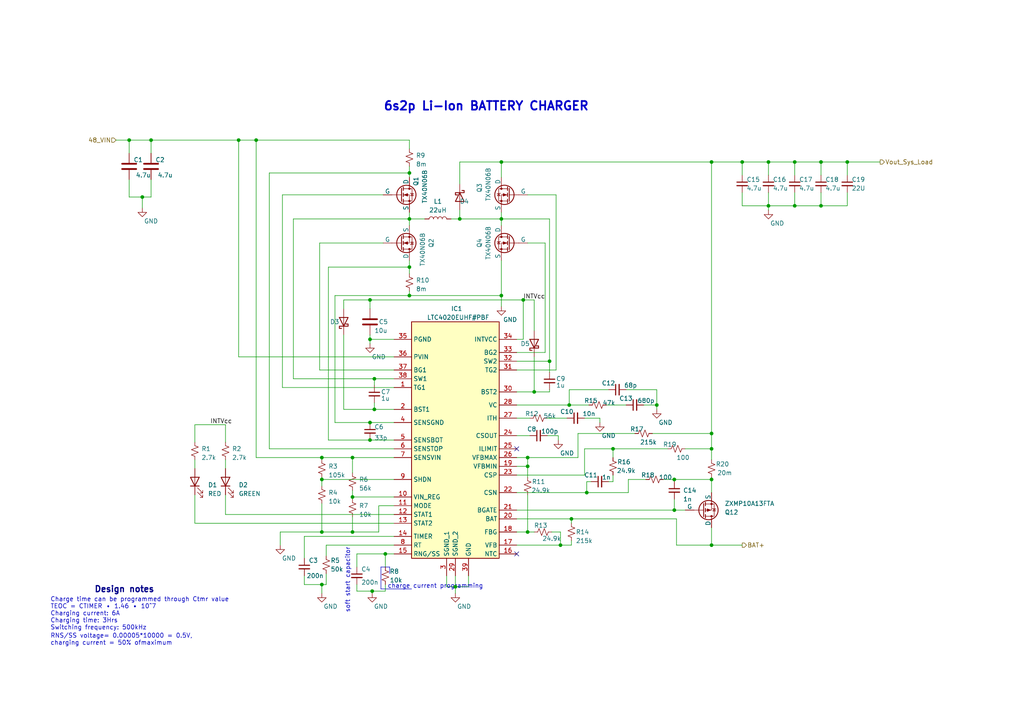
<source format=kicad_sch>
(kicad_sch (version 20230121) (generator eeschema)
  (paper "A4")
  (lib_symbols
    (symbol "D_Schottky_1" (pin_numbers hide) (pin_names (offset 1.016) hide)
      (property "Reference" "D4" (at 1.27 0 90))
      (symbol "D_Schottky_1_0_1"
        (polyline (pts (xy 1.27 0) (xy -1.27 0)))
        (polyline (pts (xy 1.27 1.27) (xy 1.27 -1.27) (xy -1.27 0) (xy 1.27 1.27)) (stroke (width 0.254)))
        (polyline (pts (xy -1.905 0.635) (xy -1.905 1.27) (xy -1.27 1.27) (xy -1.27 -1.27) (xy -0.635 -1.27) (xy -0.635 -0.635)) (stroke (width 0.254)))
      )
      (symbol "D_Schottky_1_1_1"
        (pin passive line (at -3.81 0 0) (length 2.54) (name "K") (number "1"))
        (pin passive line (at 3.81 0 180) (length 2.54) (name "A") (number "2"))
      )
    )
    (symbol "Device:C" (pin_numbers hide) (pin_names (offset 0.254))
      (property "Reference" "C" (at 0.635 2.54 0))
      (property "Value" "C" (at 0.635 -2.54 0))
      (symbol "C_0_1"
        (polyline (pts (xy -2.032 -0.762) (xy 2.032 -0.762)) (stroke (width 0.508)))
        (polyline (pts (xy -2.032 0.762) (xy 2.032 0.762)) (stroke (width 0.508)))
      )
      (symbol "C_1_1"
        (pin passive line (at 0 3.81 270) (length 2.794) (name "~") (number "1"))
        (pin passive line (at 0 -3.81 90) (length 2.794) (name "~") (number "2"))
      )
    )
    (symbol "Device:C_Small" (pin_numbers hide) (pin_names (offset 0.254) hide)
      (property "Reference" "C" (at 0.254 1.778 0))
      (property "Value" "C_Small" (at 0.254 -2.032 0))
      (symbol "C_Small_0_1"
        (polyline (pts (xy -1.524 -0.508) (xy 1.524 -0.508)) (stroke (width 0.3302)))
        (polyline (pts (xy -1.524 0.508) (xy 1.524 0.508)) (stroke (width 0.3048)))
      )
      (symbol "C_Small_1_1"
        (pin passive line (at 0 2.54 270) (length 2.032) (name "~") (number "1"))
        (pin passive line (at 0 -2.54 90) (length 2.032) (name "~") (number "2"))
      )
    )
    (symbol "Device:D_Schottky" (pin_numbers hide) (pin_names (offset 1.016) hide)
      (property "Reference" "D" (at 0 2.54 0))
      (property "Value" "D_Schottky" (at 0 -2.54 0))
      (symbol "D_Schottky_0_1"
        (polyline (pts (xy 1.27 0) (xy -1.27 0)))
        (polyline (pts (xy 1.27 1.27) (xy 1.27 -1.27) (xy -1.27 0) (xy 1.27 1.27)) (stroke (width 0.254)))
        (polyline (pts (xy -1.905 0.635) (xy -1.905 1.27) (xy -1.27 1.27) (xy -1.27 -1.27) (xy -0.635 -1.27) (xy -0.635 -0.635)) (stroke (width 0.254)))
      )
      (symbol "D_Schottky_1_1"
        (pin passive line (at -3.81 0 0) (length 2.54) (name "K") (number "1"))
        (pin passive line (at 3.81 0 180) (length 2.54) (name "A") (number "2"))
      )
    )
    (symbol "Device:L" (pin_numbers hide) (pin_names (offset 1.016) hide)
      (property "Reference" "L" (at -1.27 0 90))
      (property "Value" "L" (at 1.905 0 90))
      (symbol "L_0_1"
        (arc (start 0 -2.54) (mid 0.6323 -1.905) (end 0 -1.27))
        (arc (start 0 -1.27) (mid 0.6323 -0.635) (end 0 0))
        (arc (start 0 0) (mid 0.6323 0.635) (end 0 1.27))
        (arc (start 0 1.27) (mid 0.6323 1.905) (end 0 2.54))
      )
      (symbol "L_1_1"
        (pin passive line (at 0 3.81 270) (length 1.27) (name "1") (number "1"))
        (pin passive line (at 0 -3.81 90) (length 1.27) (name "2") (number "2"))
      )
    )
    (symbol "Device:LED" (pin_numbers hide) (pin_names (offset 1.016) hide)
      (property "Reference" "D" (at 0 2.54 0))
      (property "Value" "LED" (at 0 -2.54 0))
      (symbol "LED_0_1"
        (polyline (pts (xy -1.27 -1.27) (xy -1.27 1.27)) (stroke (width 0.254)))
        (polyline (pts (xy -1.27 0) (xy 1.27 0)))
        (polyline (pts (xy 1.27 -1.27) (xy 1.27 1.27) (xy -1.27 0) (xy 1.27 -1.27)) (stroke (width 0.254)))
        (polyline (pts (xy -3.048 -0.762) (xy -4.572 -2.286) (xy -3.81 -2.286) (xy -4.572 -2.286) (xy -4.572 -1.524)))
        (polyline (pts (xy -1.778 -0.762) (xy -3.302 -2.286) (xy -2.54 -2.286) (xy -3.302 -2.286) (xy -3.302 -1.524)))
      )
      (symbol "LED_1_1"
        (pin passive line (at -3.81 0 0) (length 2.54) (name "K") (number "1"))
        (pin passive line (at 3.81 0 180) (length 2.54) (name "A") (number "2"))
      )
    )
    (symbol "Device:R_Small_US" (pin_numbers hide) (pin_names (offset 0.254) hide)
      (property "Reference" "R" (at 0.762 0.508 0))
      (property "Value" "R_Small_US" (at 0.762 -1.016 0))
      (symbol "R_Small_US_1_1"
        (polyline (pts (xy 0 0) (xy 1.016 -0.381) (xy 0 -0.762) (xy -1.016 -1.143) (xy 0 -1.524)))
        (polyline (pts (xy 0 1.524) (xy 1.016 1.143) (xy 0 0.762) (xy -1.016 0.381) (xy 0 0)))
        (pin passive line (at 0 2.54 270) (length 1.016) (name "~") (number "1"))
        (pin passive line (at 0 -2.54 90) (length 1.016) (name "~") (number "2"))
      )
    )
    (symbol "LTC4020EUHF#PBF:LTC4020EUHF#PBF"
      (property "Reference" "IC1" (at 19.05 19.05 0))
      (property "Value" "LTC4020EUHF#PBF" (at 11.43 15.24 0))
      (symbol "LTC4020EUHF#PBF_1_1"
        (rectangle (start 5.08 12.7) (end 30.48 -55.88) (stroke (width 0.254)) (fill (type background)))
        (pin passive line (at 0 -6.35 0) (length 5.08) (name "TG1") (number "1"))
        (pin passive line (at 0 -38.1 0) (length 5.08) (name "VIN_REG") (number "10"))
        (pin passive line (at 0 -40.64 0) (length 5.08) (name "MODE") (number "11"))
        (pin passive line (at 0 -43.18 0) (length 5.08) (name "STAT1") (number "12"))
        (pin passive line (at 0 -45.72 0) (length 5.08) (name "STAT2") (number "13"))
        (pin passive line (at 0 -49.53 0) (length 5.08) (name "TIMER") (number "14"))
        (pin passive line (at 0 -54.61 0) (length 5.08) (name "RNG/SS") (number "15"))
        (pin passive line (at 35.56 -54.61 180) (length 5.08) (name "NTC") (number "16"))
        (pin passive line (at 35.56 -52.07 180) (length 5.08) (name "VFB") (number "17"))
        (pin passive line (at 35.56 -48.26 180) (length 5.08) (name "FBG") (number "18"))
        (pin passive line (at 35.56 -29.21 180) (length 5.08) (name "VFBMIN") (number "19"))
        (pin passive line (at 0 -12.7 0) (length 5.08) (name "BST1") (number "2"))
        (pin passive line (at 35.56 -44.45 180) (length 5.08) (name "BAT") (number "20"))
        (pin passive line (at 35.56 -41.91 180) (length 5.08) (name "BGATE") (number "21"))
        (pin passive line (at 35.56 -36.83 180) (length 5.08) (name "CSN") (number "22"))
        (pin passive line (at 35.56 -31.75 180) (length 5.08) (name "CSP") (number "23"))
        (pin passive line (at 35.56 -20.32 180) (length 5.08) (name "CSOUT") (number "24"))
        (pin passive line (at 35.56 -24.13 180) (length 5.08) (name "ILIMIT") (number "25"))
        (pin passive line (at 35.56 -26.67 180) (length 5.08) (name "VFBMAX") (number "26"))
        (pin passive line (at 35.56 -15.24 180) (length 5.08) (name "ITH") (number "27"))
        (pin passive line (at 35.56 -11.43 180) (length 5.08) (name "VC") (number "28"))
        (pin passive line (at 17.78 -60.96 90) (length 5.08) (name "SGND_2") (number "29"))
        (pin passive line (at 15.24 -60.96 90) (length 5.08) (name "SGND_1") (number "3"))
        (pin passive line (at 35.56 -7.62 180) (length 5.08) (name "BST2") (number "30"))
        (pin passive line (at 35.56 -1.27 180) (length 5.08) (name "TG2") (number "31"))
        (pin passive line (at 35.56 1.27 180) (length 5.08) (name "SW2") (number "32"))
        (pin passive line (at 35.56 3.81 180) (length 5.08) (name "BG2") (number "33"))
        (pin passive line (at 35.56 7.62 180) (length 5.08) (name "INTVCC") (number "34"))
        (pin passive line (at 0 7.62 0) (length 5.08) (name "PGND") (number "35"))
        (pin passive line (at 0 2.54 0) (length 5.08) (name "PVIN") (number "36"))
        (pin passive line (at 0 -1.27 0) (length 5.08) (name "BG1") (number "37"))
        (pin passive line (at 0 -3.81 0) (length 5.08) (name "SW1") (number "38"))
        (pin passive line (at 21.59 -60.96 90) (length 5.08) (name "GND") (number "39"))
        (pin passive line (at 0 -16.51 0) (length 5.08) (name "SENSGND") (number "4"))
        (pin passive line (at 0 -21.59 0) (length 5.08) (name "SENSBOT") (number "5"))
        (pin passive line (at 0 -24.13 0) (length 5.08) (name "SENSTOP") (number "6"))
        (pin passive line (at 0 -26.67 0) (length 5.08) (name "SENSVIN") (number "7"))
        (pin passive line (at 0 -52.07 0) (length 5.08) (name "RT") (number "8"))
        (pin passive line (at 0 -33.02 0) (length 5.08) (name "SHDN") (number "9"))
      )
    )
    (symbol "Simulation_SPICE:NMOS" (pin_numbers hide) (pin_names (offset 0))
      (property "Reference" "Q" (at 5.08 1.27 0))
      (property "Value" "NMOS" (at 5.08 -1.27 0))
      (symbol "NMOS_0_1"
        (polyline (pts (xy 0.254 0) (xy -2.54 0)))
        (polyline (pts (xy 0.254 1.905) (xy 0.254 -1.905)) (stroke (width 0.254)))
        (polyline (pts (xy 0.762 -1.27) (xy 0.762 -2.286)) (stroke (width 0.254)))
        (polyline (pts (xy 0.762 0.508) (xy 0.762 -0.508)) (stroke (width 0.254)))
        (polyline (pts (xy 0.762 2.286) (xy 0.762 1.27)) (stroke (width 0.254)))
        (polyline (pts (xy 2.54 2.54) (xy 2.54 1.778)))
        (polyline (pts (xy 2.54 -2.54) (xy 2.54 0) (xy 0.762 0)))
        (polyline (pts (xy 0.762 -1.778) (xy 3.302 -1.778) (xy 3.302 1.778) (xy 0.762 1.778)))
        (polyline (pts (xy 1.016 0) (xy 2.032 0.381) (xy 2.032 -0.381) (xy 1.016 0)) (fill (type outline)))
        (polyline (pts (xy 2.794 0.508) (xy 2.921 0.381) (xy 3.683 0.381) (xy 3.81 0.254)))
        (polyline (pts (xy 3.302 0.381) (xy 2.921 -0.254) (xy 3.683 -0.254) (xy 3.302 0.381)))
        (circle (center 1.651 0) (radius 2.794) (stroke (width 0.254)))
        (circle (center 2.54 -1.778) (radius 0.254) (fill (type outline)))
        (circle (center 2.54 1.778) (radius 0.254) (fill (type outline)))
      )
      (symbol "NMOS_1_1"
        (pin passive line (at 2.54 5.08 270) (length 2.54) (name "D") (number "1"))
        (pin input line (at -5.08 0 0) (length 2.54) (name "G") (number "2"))
        (pin passive line (at 2.54 -5.08 90) (length 2.54) (name "S") (number "3"))
      )
    )
    (symbol "Simulation_SPICE:PMOS" (pin_numbers hide) (pin_names (offset 0))
      (property "Reference" "Q" (at 5.08 1.27 0))
      (property "Value" "PMOS" (at 5.08 -1.27 0))
      (symbol "PMOS_0_1"
        (polyline (pts (xy 0.254 0) (xy -2.54 0)))
        (polyline (pts (xy 0.254 1.905) (xy 0.254 -1.905)) (stroke (width 0.254)))
        (polyline (pts (xy 0.762 -1.27) (xy 0.762 -2.286)) (stroke (width 0.254)))
        (polyline (pts (xy 0.762 0.508) (xy 0.762 -0.508)) (stroke (width 0.254)))
        (polyline (pts (xy 0.762 2.286) (xy 0.762 1.27)) (stroke (width 0.254)))
        (polyline (pts (xy 2.54 2.54) (xy 2.54 1.778)))
        (polyline (pts (xy 2.54 -2.54) (xy 2.54 0) (xy 0.762 0)))
        (polyline (pts (xy 0.762 1.778) (xy 3.302 1.778) (xy 3.302 -1.778) (xy 0.762 -1.778)))
        (polyline (pts (xy 2.286 0) (xy 1.27 0.381) (xy 1.27 -0.381) (xy 2.286 0)) (fill (type outline)))
        (polyline (pts (xy 2.794 -0.508) (xy 2.921 -0.381) (xy 3.683 -0.381) (xy 3.81 -0.254)))
        (polyline (pts (xy 3.302 -0.381) (xy 2.921 0.254) (xy 3.683 0.254) (xy 3.302 -0.381)))
        (circle (center 1.651 0) (radius 2.794) (stroke (width 0.254)))
        (circle (center 2.54 -1.778) (radius 0.254) (fill (type outline)))
        (circle (center 2.54 1.778) (radius 0.254) (fill (type outline)))
      )
      (symbol "PMOS_1_1"
        (pin passive line (at 2.54 5.08 270) (length 2.54) (name "D") (number "1"))
        (pin input line (at -5.08 0 0) (length 2.54) (name "G") (number "2"))
        (pin passive line (at 2.54 -5.08 90) (length 2.54) (name "S") (number "3"))
      )
    )
    (symbol "power:GND" (power) (pin_names (offset 0))
      (property "Value" "GND" (at 0 -3.81 0))
      (symbol "GND_0_1"
        (polyline (pts (xy 0 0) (xy 0 -1.27) (xy 1.27 -1.27) (xy 0 -2.54) (xy -1.27 -1.27) (xy 0 -1.27)))
      )
      (symbol "GND_1_1"
        (pin power_in line (at 0 0 270) (length 0) hide (name "GND") (number "1"))
      )
    )
  )
  (junction (at 206.375 125.73))
  (junction (at 108.585 109.855))
  (junction (at 195.58 147.955))
  (junction (at 230.505 59.69))
  (junction (at 238.125 59.69))
  (junction (at 111.76 160.655))
  (junction (at 41.275 57.15))
  (junction (at 145.415 85.725))
  (junction (at 190.5 117.475))
  (junction (at 153.035 154.305))
  (junction (at 118.745 63.5))
  (junction (at 145.415 46.99))
  (junction (at 153.035 135.255))
  (junction (at 165.1 117.475))
  (junction (at 206.375 158.115))
  (junction (at 159.385 104.775))
  (junction (at 43.815 40.64))
  (junction (at 107.315 86.995))
  (junction (at 162.56 158.115))
  (junction (at 230.505 46.99))
  (junction (at 107.315 127.635))
  (junction (at 102.235 144.145))
  (junction (at 37.465 40.64))
  (junction (at 102.235 154.305))
  (junction (at 93.345 132.715))
  (junction (at 170.18 142.875))
  (junction (at 145.415 63.5))
  (junction (at 245.745 46.99))
  (junction (at 133.35 63.5))
  (junction (at 206.375 46.99))
  (junction (at 118.745 50.165))
  (junction (at 118.745 77.47))
  (junction (at 215.265 46.99))
  (junction (at 151.765 86.995))
  (junction (at 108.585 118.745))
  (junction (at 206.375 130.175))
  (junction (at 107.95 171.45))
  (junction (at 93.345 139.065))
  (junction (at 177.8 130.175))
  (junction (at 222.885 46.99))
  (junction (at 206.375 139.065))
  (junction (at 107.315 122.555))
  (junction (at 107.315 98.425))
  (junction (at 154.94 113.665))
  (junction (at 102.235 132.715))
  (junction (at 238.125 46.99))
  (junction (at 74.295 40.64))
  (junction (at 69.215 40.64))
  (junction (at 93.345 154.305))
  (junction (at 132.08 170.18))
  (junction (at 118.745 85.725))
  (junction (at 165.735 150.495))
  (junction (at 222.885 59.69))
  (junction (at 153.035 132.715))
  (junction (at 195.58 139.065))
  (junction (at 93.345 169.545))
  (no_connect (at 149.86 160.655))
  (no_connect (at 149.86 130.175))
  (wire (pts (xy 111.76 160.655) (xy 114.3 160.655)))
  (wire (pts (xy 93.345 169.545) (xy 93.345 172.085)))
  (wire (pts (xy 107.315 97.155) (xy 107.315 98.425)))
  (wire (pts (xy 245.745 46.99) (xy 255.27 46.99)))
  (wire (pts (xy 118.745 48.26) (xy 118.745 50.165)))
  (wire (pts (xy 159.385 104.775) (xy 159.385 107.95)))
  (wire (pts (xy 175.895 117.475) (xy 181.61 117.475)))
  (wire (pts (xy 159.385 63.5) (xy 145.415 63.5)))
  (wire (pts (xy 222.885 60.96) (xy 222.885 59.69)))
  (wire (pts (xy 118.745 77.47) (xy 118.745 79.375)))
  (polyline (pts (xy 110.49 170.815) (xy 119.38 170.815)))
  (wire (pts (xy 108.585 111.76) (xy 108.585 109.855)))
  (wire (pts (xy 206.375 153.035) (xy 206.375 158.115)))
  (wire (pts (xy 222.885 46.99) (xy 215.265 46.99)))
  (wire (pts (xy 81.28 154.305) (xy 93.345 154.305)))
  (wire (pts (xy 114.3 139.065) (xy 93.345 139.065)))
  (wire (pts (xy 145.415 46.99) (xy 145.415 51.435)))
  (wire (pts (xy 129.54 170.18) (xy 129.54 167.005)))
  (wire (pts (xy 154.94 95.885) (xy 154.94 86.995)))
  (wire (pts (xy 190.5 113.03) (xy 190.5 117.475)))
  (wire (pts (xy 158.75 126.365) (xy 161.925 126.365)))
  (wire (pts (xy 206.375 46.99) (xy 215.265 46.99)))
  (wire (pts (xy 153.035 154.305) (xy 154.94 154.305)))
  (wire (pts (xy 107.315 98.425) (xy 114.3 98.425)))
  (wire (pts (xy 103.505 160.655) (xy 111.76 160.655)))
  (wire (pts (xy 149.86 126.365) (xy 153.67 126.365)))
  (wire (pts (xy 107.315 99.695) (xy 107.315 98.425)))
  (wire (pts (xy 74.295 40.64) (xy 74.295 132.715)))
  (wire (pts (xy 56.515 133.35) (xy 56.515 135.89)))
  (wire (pts (xy 230.505 46.99) (xy 230.505 50.8)))
  (wire (pts (xy 95.25 127.635) (xy 95.25 77.47)))
  (wire (pts (xy 161.29 56.515) (xy 153.035 56.515)))
  (wire (pts (xy 165.1 117.475) (xy 170.815 117.475)))
  (wire (pts (xy 107.95 172.085) (xy 107.95 171.45)))
  (wire (pts (xy 196.215 158.115) (xy 206.375 158.115)))
  (wire (pts (xy 99.695 89.535) (xy 99.695 86.995)))
  (wire (pts (xy 95.25 77.47) (xy 118.745 77.47)))
  (wire (pts (xy 195.58 144.78) (xy 195.58 147.955)))
  (polyline (pts (xy 113.03 164.465) (xy 113.03 166.37)))
  (wire (pts (xy 170.18 142.875) (xy 182.245 142.875)))
  (wire (pts (xy 182.245 142.875) (xy 182.245 139.065)))
  (wire (pts (xy 222.885 55.88) (xy 222.885 59.69)))
  (wire (pts (xy 107.315 127.635) (xy 114.3 127.635)))
  (wire (pts (xy 99.695 118.745) (xy 108.585 118.745)))
  (wire (pts (xy 81.28 154.305) (xy 81.28 158.115)))
  (wire (pts (xy 41.275 57.15) (xy 41.275 60.325)))
  (wire (pts (xy 154.94 113.665) (xy 159.385 113.665)))
  (wire (pts (xy 238.125 46.99) (xy 245.745 46.99)))
  (wire (pts (xy 245.745 59.69) (xy 238.125 59.69)))
  (wire (pts (xy 97.155 85.725) (xy 97.155 122.555)))
  (wire (pts (xy 118.745 40.64) (xy 118.745 43.18)))
  (wire (pts (xy 161.925 126.365) (xy 161.925 127.635)))
  (wire (pts (xy 153.035 143.51) (xy 153.035 154.305)))
  (wire (pts (xy 158.115 70.485) (xy 158.115 102.235)))
  (wire (pts (xy 238.125 59.69) (xy 230.505 59.69)))
  (wire (pts (xy 149.86 135.255) (xy 153.035 135.255)))
  (wire (pts (xy 206.375 125.73) (xy 206.375 130.175)))
  (wire (pts (xy 195.58 139.065) (xy 206.375 139.065)))
  (wire (pts (xy 189.23 125.73) (xy 206.375 125.73)))
  (wire (pts (xy 206.375 130.175) (xy 198.755 130.175)))
  (wire (pts (xy 78.105 50.165) (xy 118.745 50.165)))
  (wire (pts (xy 215.265 55.88) (xy 215.265 59.69)))
  (wire (pts (xy 160.02 154.305) (xy 162.56 154.305)))
  (wire (pts (xy 173.99 122.555) (xy 173.99 121.285)))
  (wire (pts (xy 169.545 130.175) (xy 177.8 130.175)))
  (wire (pts (xy 85.09 63.5) (xy 118.745 63.5)))
  (wire (pts (xy 94.615 158.115) (xy 114.3 158.115)))
  (wire (pts (xy 43.815 40.64) (xy 43.815 44.45)))
  (wire (pts (xy 81.915 112.395) (xy 81.915 56.515)))
  (wire (pts (xy 153.035 132.715) (xy 167.64 132.715)))
  (wire (pts (xy 92.71 70.485) (xy 92.71 107.315)))
  (wire (pts (xy 102.235 132.715) (xy 102.235 137.16)))
  (wire (pts (xy 102.235 132.715) (xy 93.345 132.715)))
  (wire (pts (xy 149.86 142.875) (xy 170.18 142.875)))
  (wire (pts (xy 114.3 151.765) (xy 56.515 151.765)))
  (wire (pts (xy 65.405 149.225) (xy 114.3 149.225)))
  (wire (pts (xy 37.465 40.64) (xy 43.815 40.64)))
  (wire (pts (xy 118.745 85.725) (xy 97.155 85.725)))
  (wire (pts (xy 43.815 40.64) (xy 69.215 40.64)))
  (wire (pts (xy 107.315 122.555) (xy 114.3 122.555)))
  (wire (pts (xy 177.8 132.715) (xy 177.8 130.175)))
  (wire (pts (xy 93.345 146.05) (xy 93.345 154.305)))
  (polyline (pts (xy 110.49 164.465) (xy 110.49 170.815)))
  (wire (pts (xy 93.345 154.305) (xy 102.235 154.305)))
  (wire (pts (xy 65.405 143.51) (xy 65.405 149.225)))
  (wire (pts (xy 102.235 149.86) (xy 102.235 154.305)))
  (wire (pts (xy 154.94 113.665) (xy 149.86 113.665)))
  (wire (pts (xy 153.035 132.715) (xy 149.86 132.715)))
  (wire (pts (xy 238.125 46.99) (xy 238.125 50.8)))
  (wire (pts (xy 165.1 117.475) (xy 149.86 117.475)))
  (wire (pts (xy 145.415 63.5) (xy 133.35 63.5)))
  (wire (pts (xy 165.735 150.495) (xy 165.735 151.765)))
  (wire (pts (xy 102.235 154.305) (xy 109.855 154.305)))
  (wire (pts (xy 171.45 139.7) (xy 170.18 139.7)))
  (wire (pts (xy 222.885 59.69) (xy 215.265 59.69)))
  (wire (pts (xy 99.695 97.155) (xy 99.695 118.745)))
  (wire (pts (xy 161.29 107.315) (xy 161.29 56.515)))
  (wire (pts (xy 159.385 63.5) (xy 159.385 104.775)))
  (wire (pts (xy 92.71 107.315) (xy 114.3 107.315)))
  (wire (pts (xy 56.515 123.19) (xy 65.405 123.19)))
  (wire (pts (xy 69.215 103.505) (xy 69.215 40.64)))
  (wire (pts (xy 33.655 40.64) (xy 37.465 40.64)))
  (wire (pts (xy 102.235 144.145) (xy 102.235 144.78)))
  (wire (pts (xy 133.35 60.96) (xy 133.35 63.5)))
  (wire (pts (xy 37.465 57.15) (xy 37.465 52.07)))
  (wire (pts (xy 245.745 50.8) (xy 245.745 46.99)))
  (wire (pts (xy 65.405 133.35) (xy 65.405 135.89)))
  (wire (pts (xy 149.86 150.495) (xy 165.735 150.495)))
  (wire (pts (xy 111.125 70.485) (xy 92.71 70.485)))
  (wire (pts (xy 132.08 170.18) (xy 129.54 170.18)))
  (wire (pts (xy 149.86 137.795) (xy 169.545 137.795)))
  (wire (pts (xy 145.415 63.5) (xy 145.415 65.405)))
  (wire (pts (xy 230.505 59.69) (xy 222.885 59.69)))
  (wire (pts (xy 94.615 161.29) (xy 94.615 158.115)))
  (wire (pts (xy 151.765 86.995) (xy 151.765 98.425)))
  (wire (pts (xy 206.375 139.065) (xy 206.375 142.875)))
  (wire (pts (xy 153.035 138.43) (xy 153.035 135.255)))
  (wire (pts (xy 102.235 142.24) (xy 102.235 144.145)))
  (wire (pts (xy 107.315 86.995) (xy 151.765 86.995)))
  (wire (pts (xy 222.885 46.99) (xy 222.885 50.8)))
  (wire (pts (xy 118.745 61.595) (xy 118.745 63.5)))
  (wire (pts (xy 107.95 171.45) (xy 103.505 171.45)))
  (wire (pts (xy 114.3 112.395) (xy 81.915 112.395)))
  (wire (pts (xy 88.265 161.925) (xy 88.265 155.575)))
  (wire (pts (xy 103.505 169.545) (xy 103.505 171.45)))
  (wire (pts (xy 176.53 113.03) (xy 165.1 113.03)))
  (wire (pts (xy 114.3 103.505) (xy 69.215 103.505)))
  (wire (pts (xy 118.745 63.5) (xy 123.19 63.5)))
  (wire (pts (xy 133.35 63.5) (xy 130.81 63.5)))
  (wire (pts (xy 158.115 102.235) (xy 149.86 102.235)))
  (wire (pts (xy 145.415 46.99) (xy 206.375 46.99)))
  (wire (pts (xy 114.3 118.745) (xy 108.585 118.745)))
  (wire (pts (xy 149.86 154.305) (xy 153.035 154.305)))
  (wire (pts (xy 167.64 125.73) (xy 167.64 132.715)))
  (wire (pts (xy 181.61 113.03) (xy 190.5 113.03)))
  (wire (pts (xy 170.18 139.7) (xy 170.18 142.875)))
  (wire (pts (xy 195.58 147.955) (xy 198.755 147.955)))
  (wire (pts (xy 190.5 118.745) (xy 190.5 117.475)))
  (wire (pts (xy 109.855 146.685) (xy 109.855 154.305)))
  (wire (pts (xy 118.745 84.455) (xy 118.745 85.725)))
  (wire (pts (xy 107.315 86.995) (xy 107.315 89.535)))
  (wire (pts (xy 162.56 158.115) (xy 165.735 158.115)))
  (wire (pts (xy 78.105 130.175) (xy 78.105 50.165)))
  (wire (pts (xy 133.35 46.99) (xy 145.415 46.99)))
  (wire (pts (xy 114.3 144.145) (xy 102.235 144.145)))
  (wire (pts (xy 107.95 171.45) (xy 111.76 171.45)))
  (wire (pts (xy 69.215 40.64) (xy 74.295 40.64)))
  (wire (pts (xy 118.745 85.725) (xy 145.415 85.725)))
  (wire (pts (xy 151.765 98.425) (xy 149.86 98.425)))
  (wire (pts (xy 88.265 169.545) (xy 93.345 169.545)))
  (wire (pts (xy 133.35 53.34) (xy 133.35 46.99)))
  (wire (pts (xy 108.585 109.855) (xy 114.3 109.855)))
  (wire (pts (xy 65.405 123.19) (xy 65.405 128.27)))
  (wire (pts (xy 159.385 113.03) (xy 159.385 113.665)))
  (wire (pts (xy 149.86 104.775) (xy 159.385 104.775)))
  (wire (pts (xy 206.375 138.43) (xy 206.375 139.065)))
  (wire (pts (xy 111.76 169.545) (xy 111.76 171.45)))
  (wire (pts (xy 158.75 121.285) (xy 164.465 121.285)))
  (wire (pts (xy 93.345 139.065) (xy 93.345 140.97)))
  (wire (pts (xy 230.505 55.88) (xy 230.505 59.69)))
  (wire (pts (xy 190.5 117.475) (xy 186.69 117.475)))
  (wire (pts (xy 215.265 46.99) (xy 215.265 50.8)))
  (wire (pts (xy 93.345 139.065) (xy 93.345 138.43)))
  (wire (pts (xy 154.94 86.995) (xy 151.765 86.995)))
  (polyline (pts (xy 110.49 164.465) (xy 113.03 164.465)))
  (wire (pts (xy 173.99 121.285) (xy 169.545 121.285)))
  (wire (pts (xy 176.53 139.7) (xy 177.8 139.7)))
  (wire (pts (xy 169.545 137.795) (xy 169.545 130.175)))
  (wire (pts (xy 56.515 128.27) (xy 56.515 123.19)))
  (wire (pts (xy 145.415 75.565) (xy 145.415 85.725)))
  (wire (pts (xy 135.89 167.005) (xy 135.89 170.18)))
  (wire (pts (xy 206.375 133.35) (xy 206.375 130.175)))
  (wire (pts (xy 230.505 46.99) (xy 222.885 46.99)))
  (wire (pts (xy 196.215 150.495) (xy 196.215 158.115)))
  (wire (pts (xy 85.09 63.5) (xy 85.09 109.855)))
  (wire (pts (xy 118.745 63.5) (xy 118.745 65.405)))
  (wire (pts (xy 94.615 169.545) (xy 94.615 166.37)))
  (wire (pts (xy 93.345 132.715) (xy 74.295 132.715)))
  (wire (pts (xy 238.125 55.88) (xy 238.125 59.69)))
  (wire (pts (xy 206.375 46.99) (xy 206.375 125.73)))
  (wire (pts (xy 192.405 139.065) (xy 195.58 139.065)))
  (wire (pts (xy 37.465 44.45) (xy 37.465 40.64)))
  (wire (pts (xy 114.3 130.175) (xy 78.105 130.175)))
  (wire (pts (xy 245.745 55.88) (xy 245.745 59.69)))
  (wire (pts (xy 149.86 121.285) (xy 153.67 121.285)))
  (wire (pts (xy 132.08 170.18) (xy 135.89 170.18)))
  (wire (pts (xy 88.265 155.575) (xy 114.3 155.575)))
  (wire (pts (xy 107.315 127.635) (xy 95.25 127.635)))
  (wire (pts (xy 165.735 158.115) (xy 165.735 156.845)))
  (wire (pts (xy 93.345 169.545) (xy 94.615 169.545)))
  (wire (pts (xy 165.735 150.495) (xy 196.215 150.495)))
  (wire (pts (xy 114.3 132.715) (xy 102.235 132.715)))
  (wire (pts (xy 108.585 116.84) (xy 108.585 118.745)))
  (wire (pts (xy 177.8 130.175) (xy 193.675 130.175)))
  (wire (pts (xy 111.76 164.465) (xy 111.76 160.655)))
  (wire (pts (xy 118.745 77.47) (xy 118.745 75.565)))
  (wire (pts (xy 43.815 57.15) (xy 41.275 57.15)))
  (wire (pts (xy 167.64 125.73) (xy 184.15 125.73)))
  (wire (pts (xy 153.035 135.255) (xy 153.035 132.715)))
  (wire (pts (xy 103.505 164.465) (xy 103.505 160.655)))
  (wire (pts (xy 74.295 40.64) (xy 118.745 40.64)))
  (wire (pts (xy 145.415 61.595) (xy 145.415 63.5)))
  (wire (pts (xy 162.56 154.305) (xy 162.56 158.115)))
  (wire (pts (xy 153.035 70.485) (xy 158.115 70.485)))
  (wire (pts (xy 81.915 56.515) (xy 111.125 56.515)))
  (wire (pts (xy 182.245 139.065) (xy 187.325 139.065)))
  (wire (pts (xy 230.505 46.99) (xy 238.125 46.99)))
  (wire (pts (xy 145.415 88.9) (xy 145.415 85.725)))
  (wire (pts (xy 177.8 137.795) (xy 177.8 139.7)))
  (wire (pts (xy 99.695 86.995) (xy 107.315 86.995)))
  (wire (pts (xy 41.275 57.15) (xy 37.465 57.15)))
  (wire (pts (xy 149.86 158.115) (xy 162.56 158.115)))
  (wire (pts (xy 85.09 109.855) (xy 108.585 109.855)))
  (wire (pts (xy 195.58 139.7) (xy 195.58 139.065)))
  (wire (pts (xy 114.3 146.685) (xy 109.855 146.685)))
  (wire (pts (xy 93.345 132.715) (xy 93.345 133.35)))
  (wire (pts (xy 132.08 172.085) (xy 132.08 170.18)))
  (wire (pts (xy 149.86 107.315) (xy 161.29 107.315)))
  (wire (pts (xy 88.265 167.005) (xy 88.265 169.545)))
  (wire (pts (xy 165.1 113.03) (xy 165.1 117.475)))
  (wire (pts (xy 56.515 151.765) (xy 56.515 143.51)))
  (wire (pts (xy 132.08 167.005) (xy 132.08 170.18)))
  (wire (pts (xy 97.155 122.555) (xy 107.315 122.555)))
  (wire (pts (xy 149.86 147.955) (xy 195.58 147.955)))
  (wire (pts (xy 118.745 50.165) (xy 118.745 51.435)))
  (wire (pts (xy 154.94 103.505) (xy 154.94 113.665)))
  (wire (pts (xy 43.815 52.07) (xy 43.815 57.15)))
  (wire (pts (xy 206.375 158.115) (xy 215.265 158.115)))
  (text "RNS/SS voltage= 0.00005*10000 = 0.5V, \ncharging current = 50% ofmaximum" (at 14.605 187.325 0) (effects (font (size 1.27 1.27)) (justify left bottom)))
  (text "Design notes" (at 27.305 172.085 0) (effects (font (size 1.75 1.75) (thickness 0.35) bold) (justify left bottom)))
  (text "charge current programming" (at 112.395 170.815 0) (effects (font (size 1.27 1.27)) (justify left bottom)))
  (text "6s2p Li-Ion BATTERY CHARGER" (at 111.125 32.385 0) (effects (font (size 2.5 2.5) (thickness 0.5) bold) (justify left bottom)))
  (text "Charge time can be programmed through Ctmr value\nTEOC = CTIMER • 1.46 • 10^7\nCharging current: 6A\nCharging time: 3Hrs\nSwitching frequency: 500kHz" (at 14.605 182.88 0) (effects (font (size 1.27 1.27)) (justify left bottom)))
  (text "soft start capacitor" (at 101.6 177.8 90) (effects (font (size 1.27 1.27)) (justify left bottom)))
  (label "INTVcc" (at 151.765 86.995 0))
  (label "INTVcc" (at 60.96 123.19 0))
  (hierarchical_label "48_VIN" (shape input) (at 33.655 40.64 180))
  (hierarchical_label "BAT+" (shape output) (at 215.265 158.115 0))
  (hierarchical_label "Vout_Sys_Load" (shape output) (at 255.27 46.99 0))
  (symbol (lib_id "Device:C_Small") (at 230.505 53.34 0) (unit 1)
    (property "Reference" "C17" (at 231.775 52.07 0) (effects (justify left)))
    (property "Value" "4.7u" (at 231.775 54.61 0) (effects (justify left)))
    (property "Footprint" "Capacitor_SMD:C_0805_2012Metric" (effects hide))
    (property "Datasheet" "CL21A226MAQNNNE" (effects hide))
  )
  (symbol (lib_id "Simulation_SPICE:NMOS") (at 147.955 70.485 0) (mirror y) (unit 1)
    (property "Reference" "Q4" (at 139.065 70.485 90))
    (property "Value" "TX40N06B" (at 141.605 70.485 90))
    (property "Footprint" "Package_TO_SOT_SMD:TO-252-3_TabPin2" (effects hide))
    (property "Datasheet" "https://ngspice.sourceforge.io/docs/ngspice-manual.pdf" (effects hide))
    (property "Sim.Device" "NMOS" (effects hide))
    (property "Sim.Type" "VDMOS" (effects hide))
    (property "Sim.Pins" "1=D 2=G 3=S" (effects hide))
  )
  (symbol (lib_id "Device:R_Small_US") (at 56.515 130.81 0) (unit 1)
    (property "Reference" "R1" (at 58.42 130.175 0) (effects (justify left)))
    (property "Value" "2.7k" (at 58.42 132.715 0) (effects (justify left)))
    (property "Footprint" "Resistor_SMD:R_0402_1005Metric" (effects hide))
  )
  (symbol (lib_id "Device:R_Small_US") (at 165.735 154.305 0) (unit 1)
    (property "Reference" "R14" (at 167.005 154.305 0) (effects (justify left)))
    (property "Value" "215k" (at 167.005 156.845 0) (effects (justify left)))
    (property "Footprint" "Resistor_SMD:R_0402_1005Metric" (effects hide))
    (property "Datasheet" "0402WGF1503TCE" (effects hide))
  )
  (symbol (lib_id "Device:C_Small") (at 108.585 114.3 0) (unit 1)
    (property "Reference" "C7" (at 110.49 113.665 0) (effects (justify left)))
    (property "Value" "1u" (at 110.49 115.57 0) (effects (justify left)))
    (property "Footprint" "Capacitor_SMD:C_0603_1608Metric" (effects hide))
  )
  (symbol (lib_id "Device:D_Schottky") (at 99.695 93.345 90) (unit 1)
    (property "Reference" "D3" (at 98.425 93.345 90) (effects (justify left)))
    (property "Value" "SBR0560S1Q" (effects hide))
    (property "Footprint" "Diode_SMD:D_SOD-123" (effects hide))
  )
  (symbol (lib_id "Device:R_Small_US") (at 93.345 143.51 0) (unit 1)
    (property "Reference" "R4" (at 95.25 142.875 0) (effects (justify left)))
    (property "Value" "10k" (at 95.25 145.415 0) (effects (justify left)))
    (property "Footprint" "Resistor_SMD:R_0402_1005Metric" (effects hide))
    (property "Datasheet" "ERJ-2RKF4022X" (effects hide))
  )
  (symbol (lib_id "Device:R_Small_US") (at 157.48 154.305 90) (unit 1)
    (property "Reference" "R13" (at 156.845 152.4 90))
    (property "Value" "24.9k" (at 160.02 156.21 90))
    (property "Footprint" "Resistor_SMD:R_0402_1005Metric" (effects hide))
    (property "Datasheet" "0402WGF4992TCE" (effects hide))
  )
  (symbol (lib_id "Device:C") (at 107.315 93.345 0) (unit 1)
    (property "Reference" "C5" (at 109.855 93.345 0) (effects (justify left)))
    (property "Value" "10u" (at 108.585 95.885 0) (effects (justify left)))
    (property "Footprint" "Capacitor_SMD:C_0402_1005Metric" (effects hide))
    (property "Datasheet" "GRM21BR61H106KE43L" (effects hide))
  )
  (symbol (lib_id "Device:C_Small") (at 238.125 53.34 0) (unit 1)
    (property "Reference" "C18" (at 239.395 52.07 0) (effects (justify left)))
    (property "Value" "4.7u" (at 239.395 54.61 0) (effects (justify left)))
    (property "Footprint" "Capacitor_SMD:C_0805_2012Metric" (effects hide))
    (property "Datasheet" "CL21A226MAQNNNE" (effects hide))
  )
  (symbol (lib_id "Device:R_Small_US") (at 189.865 139.065 90) (unit 1)
    (property "Reference" "R18" (at 189.865 137.795 90) (effects (justify left)))
    (property "Value" "100" (at 194.945 138.43 90) (effects (justify left)))
    (property "Footprint" "Resistor_SMD:R_0402_1005Metric" (effects hide))
    (property "Datasheet" "0402WGF1503TCE" (effects hide))
  )
  (symbol (lib_id "Device:L") (at 127 63.5 90) (unit 1)
    (property "Reference" "L1" (at 127 58.42 90))
    (property "Value" "22uH" (at 127 60.96 90))
    (property "Footprint" "ECAD_footprint:HCM1A1307V2-220-R" (effects hide))
    (property "Datasheet" "https://eu.mouser.com/datasheet/2/87/eaton_hcm1a1307v2_automotive_power_inductor_data_s-1627668.pdf" (effects hide))
    (property "MPN" "HCM1A1307V2-220-R" (effects hide))
  )
  (symbol (lib_id "Device:C_Small") (at 222.885 53.34 0) (unit 1)
    (property "Reference" "C16" (at 224.155 52.07 0) (effects (justify left)))
    (property "Value" "4.7u" (at 224.155 54.61 0) (effects (justify left)))
    (property "Footprint" "Capacitor_SMD:C_0805_2012Metric" (effects hide))
    (property "Datasheet" "CL21A226MAQNNNE" (effects hide))
  )
  (symbol (lib_id "Device:C") (at 43.815 48.26 0) (unit 1)
    (property "Reference" "C2" (at 45.085 46.355 0) (effects (justify left)))
    (property "Value" "4.7u" (at 45.72 50.8 0) (effects (justify left)))
    (property "Footprint" "Capacitor_SMD:C_0805_2012Metric" (effects hide))
  )
  (symbol (lib_id "Simulation_SPICE:PMOS") (at 203.835 147.955 0) (mirror x) (unit 1)
    (property "Reference" "Q12" (at 210.185 148.59 0) (effects (justify left)))
    (property "Value" "ZXMP10A13FTA" (at 210.185 146.05 0) (effects (justify left)))
    (property "Footprint" "Package_TO_SOT_SMD:SOT-23" (effects hide))
    (property "Datasheet" "https://ngspice.sourceforge.io/docs/ngspice-manual.pdf" (effects hide))
    (property "Sim.Device" "PMOS" (effects hide))
    (property "Sim.Type" "VDMOS" (effects hide))
    (property "Sim.Pins" "1=D 2=G 3=S" (effects hide))
    (instances (project "48V-PV_Battery_charge_&_monitor" (path "" (reference "Q12") (unit 1)) (path "" (reference "Q5") (unit 1))))
  )
  (symbol (lib_id "Device:R_Small_US") (at 65.405 130.81 0) (unit 1)
    (property "Reference" "R2" (at 67.31 130.175 0) (effects (justify left)))
    (property "Value" "2.7k" (at 67.31 132.715 0) (effects (justify left)))
    (property "Footprint" "Resistor_SMD:R_0402_1005Metric" (effects hide))
  )
  (symbol (lib_id "Simulation_SPICE:NMOS") (at 116.205 56.515 0) (unit 1)
    (property "Reference" "Q1" (at 120.65 53.975 90) (effects (justify left)))
    (property "Value" "TX40N06B" (at 123.19 59.055 90) (effects (justify left)))
    (property "Footprint" "Package_TO_SOT_SMD:TO-252-3_TabPin2" (effects hide))
    (property "Datasheet" "https://datasheet.lcsc.com/lcsc/1809301531_UTC-Unisonic-Tech-UTM6016G-SO8-R_C84901.pdf" (effects hide))
    (property "Sim.Device" "NMOS" (effects hide))
    (property "Sim.Pins" "1=D 2=G 3=S" (effects hide))
    (property "ALT" "UTM6016G-SO8-R" (effects hide))
  )
  (symbol (lib_id "Device:C") (at 37.465 48.26 0) (unit 1)
    (property "Reference" "C1" (at 38.735 46.355 0) (effects (justify left)))
    (property "Value" "4.7u" (at 39.37 50.8 0) (effects (justify left)))
    (property "Footprint" "Capacitor_SMD:C_0805_2012Metric" (effects hide))
  )
  (symbol (lib_id "power:GND") (at 81.28 158.115 0) (unit 1)
    (property "Reference" "#PWR08" (effects hide))
    (property "Value" "GND" (at 83.82 161.925 0))
  )
  (symbol (lib_id "Device:R_Small_US") (at 118.745 81.915 0) (unit 1)
    (property "Reference" "R10" (at 120.65 81.28 0) (effects (justify left)))
    (property "Value" "8m" (at 120.65 83.82 0) (effects (justify left)))
    (property "Footprint" "Resistor_SMD:R_2512_6332Metric" (effects hide))
    (property "Datasheet" "RLP25FEGMR008" (effects hide))
  )
  (symbol (lib_id "power:GND") (at 161.925 127.635 0) (unit 1)
    (property "Reference" "#PWR014" (effects hide))
    (property "Value" "GND" (at 164.465 131.445 0))
  )
  (symbol (lib_id "Device:C_Small") (at 179.07 113.03 90) (unit 1)
    (property "Reference" "C12" (at 178.435 111.125 90) (effects (justify left)))
    (property "Value" "68p" (at 184.785 111.76 90) (effects (justify left)))
    (property "Footprint" "Capacitor_SMD:C_0402_1005Metric" (effects hide))
  )
  (symbol (lib_id "Device:C_Small") (at 88.265 164.465 0) (unit 1)
    (property "Reference" "C3" (at 89.535 162.56 0) (effects (justify left)))
    (property "Value" "200n" (at 88.9 167.005 0) (effects (justify left)))
    (property "Footprint" "Capacitor_SMD:C_0402_1005Metric" (effects hide))
  )
  (symbol (lib_id "Device:C_Small") (at 184.15 117.475 90) (unit 1)
    (property "Reference" "C13" (at 183.515 115.57 90) (effects (justify left)))
    (property "Value" "680p" (at 189.865 116.205 90) (effects (justify left)))
    (property "Footprint" "Capacitor_SMD:C_0402_1005Metric" (effects hide))
  )
  (symbol (lib_id "Simulation_SPICE:NMOS") (at 116.205 70.485 0) (mirror x) (unit 1)
    (property "Reference" "Q2" (at 125.095 70.485 90))
    (property "Value" "TX40N06B" (at 122.555 72.39 90))
    (property "Footprint" "Package_TO_SOT_SMD:TO-252-3_TabPin2" (effects hide))
    (property "Datasheet" "https://ngspice.sourceforge.io/docs/ngspice-manual.pdf" (effects hide))
    (property "Sim.Device" "NMOS" (effects hide))
    (property "Sim.Type" "VDMOS" (effects hide))
    (property "Sim.Pins" "1=D 2=G 3=S" (effects hide))
  )
  (symbol (lib_id "Device:R_Small_US") (at 153.035 140.97 180) (unit 1)
    (property "Reference" "R11" (at 156.21 139.7 0))
    (property "Value" "24.9k" (at 156.845 142.24 0))
    (property "Footprint" "Resistor_SMD:R_0402_1005Metric" (effects hide))
    (property "Datasheet" "0402WGF4992TCE" (effects hide))
  )
  (symbol (lib_id "Device:C_Small") (at 215.265 53.34 0) (unit 1)
    (property "Reference" "C15" (at 216.535 52.07 0) (effects (justify left)))
    (property "Value" "4.7u" (at 216.535 54.61 0) (effects (justify left)))
    (property "Footprint" "Capacitor_SMD:C_0805_2012Metric" (effects hide))
    (property "Datasheet" "CL21A226MAQNNNE" (effects hide))
    (property "MPN" "C5750X5R1A686MT000N" (effects hide))
  )
  (symbol (lib_id "Device:R_Small_US") (at 102.235 139.7 0) (unit 1)
    (property "Reference" "R6" (at 104.14 139.065 0) (effects (justify left)))
    (property "Value" "56k" (at 104.14 141.605 0) (effects (justify left)))
    (property "Footprint" "Resistor_SMD:R_0402_1005Metric" (effects hide))
    (property "Datasheet" "ERJ2RKF4753X" (effects hide))
  )
  (symbol (lib_id "power:GND") (at 132.08 172.085 0) (unit 1)
    (property "Reference" "#PWR012" (effects hide))
    (property "Value" "GND" (at 134.62 175.895 0))
  )
  (symbol (lib_id "Simulation_SPICE:NMOS") (at 147.955 56.515 0) (mirror y) (unit 1)
    (property "Reference" "Q3" (at 139.065 55.88 90) (effects (justify left)))
    (property "Value" "TX40N06B" (at 141.605 58.42 90) (effects (justify left)))
    (property "Footprint" "Package_TO_SOT_SMD:TO-252-3_TabPin2" (effects hide))
    (property "Datasheet" "https://ngspice.sourceforge.io/docs/ngspice-manual.pdf" (effects hide))
    (property "Sim.Device" "NMOS" (effects hide))
    (property "Sim.Type" "VDMOS" (effects hide))
    (property "Sim.Pins" "1=D 2=G 3=S" (effects hide))
  )
  (symbol (lib_id "power:GND") (at 190.5 118.745 0) (unit 1)
    (property "Reference" "#PWR016" (effects hide))
    (property "Value" "GND" (at 193.04 122.555 0))
  )
  (symbol (lib_id "Device:R_Small_US") (at 118.745 45.72 0) (unit 1)
    (property "Reference" "R9" (at 120.65 45.085 0) (effects (justify left)))
    (property "Value" "8m" (at 120.65 47.625 0) (effects (justify left)))
    (property "Footprint" "Resistor_SMD:R_2512_6332Metric" (effects hide))
    (property "Datasheet" "RLP25FEGMR008" (effects hide))
  )
  (symbol (lib_id "Device:R_Small_US") (at 177.8 135.255 180) (unit 1)
    (property "Reference" "R16" (at 180.975 133.985 0))
    (property "Value" "24.9k" (at 181.61 136.525 0))
    (property "Footprint" "Resistor_SMD:R_0402_1005Metric" (effects hide))
    (property "Datasheet" "0402WGF4992TCE" (effects hide))
  )
  (symbol (lib_id "Device:R_Small_US") (at 196.215 130.175 90) (unit 1)
    (property "Reference" "R19" (at 196.215 128.905 90) (effects (justify left)))
    (property "Value" "100" (at 200.025 132.715 90) (effects (justify left)))
    (property "Footprint" "Resistor_SMD:R_0402_1005Metric" (effects hide))
    (property "Datasheet" "0402WGF1503TCE" (effects hide))
  )
  (symbol (lib_id "Device:R_Small_US") (at 94.615 163.83 0) (unit 1)
    (property "Reference" "R5" (at 95.885 162.56 0) (effects (justify left)))
    (property "Value" "50k" (at 95.885 165.1 0) (effects (justify left)))
    (property "Footprint" "Resistor_SMD:R_0402_1005Metric" (effects hide))
    (property "Datasheet" "0402WGF8662TCE" (effects hide))
  )
  (symbol (lib_id "power:GND") (at 222.885 60.96 0) (unit 1)
    (property "Reference" "#PWR017" (effects hide))
    (property "Value" "GND" (at 225.425 64.77 0))
  )
  (symbol (lib_id "power:GND") (at 107.315 99.695 0) (unit 1)
    (property "Reference" "#PWR010" (effects hide))
    (property "Value" "GND" (at 109.855 103.505 0))
  )
  (symbol (lib_id "Device:C_Small") (at 167.005 121.285 90) (unit 1)
    (property "Reference" "C10" (at 166.37 119.38 90) (effects (justify left)))
    (property "Value" "10n" (at 172.72 120.015 90) (effects (justify left)))
    (property "Footprint" "Capacitor_SMD:C_0402_1005Metric" (effects hide))
  )
  (symbol (lib_id "power:GND") (at 107.95 172.085 0) (unit 1)
    (property "Reference" "#PWR011" (effects hide))
    (property "Value" "GND" (at 110.49 175.895 0))
  )
  (symbol (lib_id "power:GND") (at 173.99 122.555 0) (unit 1)
    (property "Reference" "#PWR015" (effects hide))
    (property "Value" "GND" (at 176.53 126.365 0))
  )
  (symbol (lib_id "Device:C_Small") (at 245.745 53.34 0) (unit 1)
    (property "Reference" "C19" (at 247.015 52.07 0) (effects (justify left)))
    (property "Value" "22U" (at 247.015 54.61 0) (effects (justify left)))
    (property "Footprint" "Capacitor_SMD:C_0805_2012Metric" (effects hide))
  )
  (symbol (lib_id "Device:R_Small_US") (at 206.375 135.89 180) (unit 1)
    (property "Reference" "R20" (at 209.55 134.62 0))
    (property "Value" "20m" (at 210.185 137.16 0))
    (property "Footprint" "Resistor_SMD:R_2512_6332Metric" (effects hide))
    (property "Datasheet" "RTT25R020FTE" (effects hide))
  )
  (symbol (lib_id "power:GND") (at 41.275 60.325 0) (unit 1)
    (property "Reference" "#PWR07" (effects hide))
    (property "Value" "GND" (at 43.815 64.135 0))
  )
  (symbol (lib_id "power:GND") (at 93.345 172.085 0) (unit 1)
    (property "Reference" "#PWR09" (effects hide))
    (property "Value" "GND" (at 95.885 175.895 0))
  )
  (symbol (lib_id "Device:R_Small_US") (at 173.355 117.475 90) (unit 1)
    (property "Reference" "R15" (at 173.355 116.205 90) (effects (justify left)))
    (property "Value" "47k" (at 178.435 116.84 90) (effects (justify left)))
    (property "Footprint" "Resistor_SMD:R_0402_1005Metric" (effects hide))
    (property "Datasheet" "0402WGF1503TCE" (effects hide))
  )
  (symbol (lib_id "Device:R_Small_US") (at 111.76 167.005 0) (unit 1)
    (property "Reference" "R8" (at 113.03 165.735 0) (effects (justify left)))
    (property "Value" "10k" (at 113.03 168.275 0) (effects (justify left)))
    (property "Footprint" "Resistor_SMD:R_0402_1005Metric" (effects hide))
    (property "Datasheet" "0402WGF8662TCE" (effects hide))
  )
  (symbol (lib_id "Device:R_Small_US") (at 156.21 121.285 90) (unit 1)
    (property "Reference" "R12" (at 156.21 120.015 90) (effects (justify left)))
    (property "Value" "56k" (at 161.29 120.65 90) (effects (justify left)))
    (property "Footprint" "Resistor_SMD:R_0402_1005Metric" (effects hide))
    (property "Datasheet" "0402WGF1503TCE" (effects hide))
  )
  (symbol (lib_id "Device:R_Small_US") (at 186.69 125.73 90) (unit 1)
    (property "Reference" "R17" (at 186.69 124.46 90) (effects (justify left)))
    (property "Value" "215k" (at 190.5 128.27 90) (effects (justify left)))
    (property "Footprint" "Resistor_SMD:R_0402_1005Metric" (effects hide))
    (property "Datasheet" "0402WGF1503TCE" (effects hide))
  )
  (symbol (lib_id "Device:C_Small") (at 195.58 142.24 0) (unit 1)
    (property "Reference" "C14" (at 198.12 142.24 0) (effects (justify left)))
    (property "Value" "1n" (at 198.12 144.78 0) (effects (justify left)))
    (property "Footprint" "Capacitor_SMD:C_0402_1005Metric" (effects hide))
  )
  (symbol (lib_id "Device:R_Small_US") (at 93.345 135.89 0) (unit 1)
    (property "Reference" "R3" (at 95.25 135.255 0) (effects (justify left)))
    (property "Value" "105k" (at 95.25 137.795 0) (effects (justify left)))
    (property "Footprint" "Resistor_SMD:R_0402_1005Metric" (effects hide))
    (property "Datasheet" "ERJ2RKF4753X" (effects hide))
  )
  (symbol (lib_id "power:GND") (at 145.415 88.9 0) (unit 1)
    (property "Reference" "#PWR013" (effects hide))
    (property "Value" "GND" (at 147.955 92.71 0))
  )
  (symbol (lib_id "Device:C_Small") (at 103.505 167.005 0) (unit 1)
    (property "Reference" "C4" (at 104.775 165.1 0) (effects (justify left)))
    (property "Value" "200n" (at 104.775 168.91 0) (effects (justify left)))
    (property "Footprint" "Capacitor_SMD:C_0402_1005Metric" (effects hide))
  )
  (symbol (lib_id "Device:C_Small") (at 107.315 125.095 0) (unit 1)
    (property "Reference" "C6" (at 108.585 123.825 0) (effects (justify left)))
    (property "Value" "33p" (at 108.585 127 0) (effects (justify left)))
    (property "Footprint" "Capacitor_SMD:C_0402_1005Metric" (effects hide))
  )
  (symbol (lib_id "Device:C_Small") (at 173.99 139.7 90) (unit 1)
    (property "Reference" "C11" (at 173.355 137.795 90) (effects (justify left)))
    (property "Value" "1n" (at 177.165 138.43 90) (effects (justify left)))
    (property "Footprint" "Capacitor_SMD:C_0402_1005Metric" (effects hide))
  )
  (symbol (lib_id "LTC4020EUHF#PBF:LTC4020EUHF#PBF") (at 114.3 106.045 0) (unit 1)
    (property "Reference" "IC1" (at 130.81 89.535 0) (effects (justify left)))
    (property "Value" "LTC4020EUHF#PBF" (at 123.825 92.075 0) (effects (justify left)))
    (property "Footprint" "myFootprints_IC:QFN50P500X700X80-39N-D" (effects hide))
    (property "Datasheet" "http://cds.linear.com/docs/en/datasheet/4020fd.pdf" (effects hide))
    (property "Height" "0.8" (effects hide))
    (property "Manufacturer_Name" "Analog Devices" (effects hide))
    (property "Manufacturer_Part_Number" "LTC4020EUHF#PBF" (effects hide))
    (property "Mouser Part Number" "N/A" (effects hide))
    (property "Mouser Price/Stock" "https://www.mouser.com/Search/Refine.aspx?Keyword=N%2FA" (effects hide))
    (property "Arrow Part Number" "LTC4020EUHF#PBF" (effects hide))
    (property "Arrow Price/Stock" "https://www.arrow.com/en/products/ltc4020euhfpbf/analog-devices?region=nac" (effects hide))
  )
  (symbol (lib_id "Device:C_Small") (at 159.385 110.49 0) (unit 1)
    (property "Reference" "C9" (at 161.29 109.855 0) (effects (justify left)))
    (property "Value" "1u" (at 161.29 111.76 0) (effects (justify left)))
    (property "Footprint" "Capacitor_SMD:C_0603_1608Metric" (effects hide))
  )
  (symbol (lib_id "Device:LED") (at 56.515 139.7 90) (unit 1)
    (property "Reference" "D1" (at 60.325 140.6525 90) (effects (justify right)))
    (property "Value" "RED" (at 60.325 143.1925 90) (effects (justify right)))
    (property "Footprint" "LED_SMD:LED_0402_1005Metric" (effects hide))
  )
  (symbol (lib_id "Device:R_Small_US") (at 102.235 147.32 0) (unit 1)
    (property "Reference" "R7" (at 104.14 146.685 0) (effects (justify left)))
    (property "Value" "10k" (at 104.14 149.225 0) (effects (justify left)))
    (property "Footprint" "Resistor_SMD:R_0402_1005Metric" (effects hide))
    (property "Datasheet" "ERJ-2RKF4022X" (effects hide))
  )
  (symbol (lib_id "Device:LED") (at 65.405 139.7 90) (unit 1)
    (property "Reference" "D2" (at 69.215 140.6525 90) (effects (justify right)))
    (property "Value" "GREEN" (at 69.215 143.1925 90) (effects (justify right)))
    (property "Footprint" "LED_SMD:LED_0402_1005Metric" (effects hide))
  )
  (symbol (lib_id "Device:C_Small") (at 156.21 126.365 90) (unit 1)
    (property "Reference" "C8" (at 155.575 124.46 90) (effects (justify left)))
    (property "Value" "100p" (at 161.925 125.095 90) (effects (justify left)))
    (property "Footprint" "Capacitor_SMD:C_0402_1005Metric" (effects hide))
  )
  (symbol (lib_name "D_Schottky_1") (lib_id "Device:D_Schottky") (at 133.35 57.15 270) (unit 1)
    (property "Reference" "D4" (at 133.35 58.42 90) (effects (justify left)))
    (property "Value" "MBRS360BT3G" (effects hide))
    (property "Footprint" "myFootprints_Passives:MBRS360BT3G" (effects hide))
  )
  (symbol (lib_id "Device:D_Schottky") (at 154.94 99.695 90) (unit 1)
    (property "Reference" "D5" (at 153.67 99.695 90) (effects (justify left)))
    (property "Value" "SBR0560S1Q" (effects hide))
    (property "Footprint" "Diode_SMD:D_SOD-123" (effects hide))
  )
)
</source>
